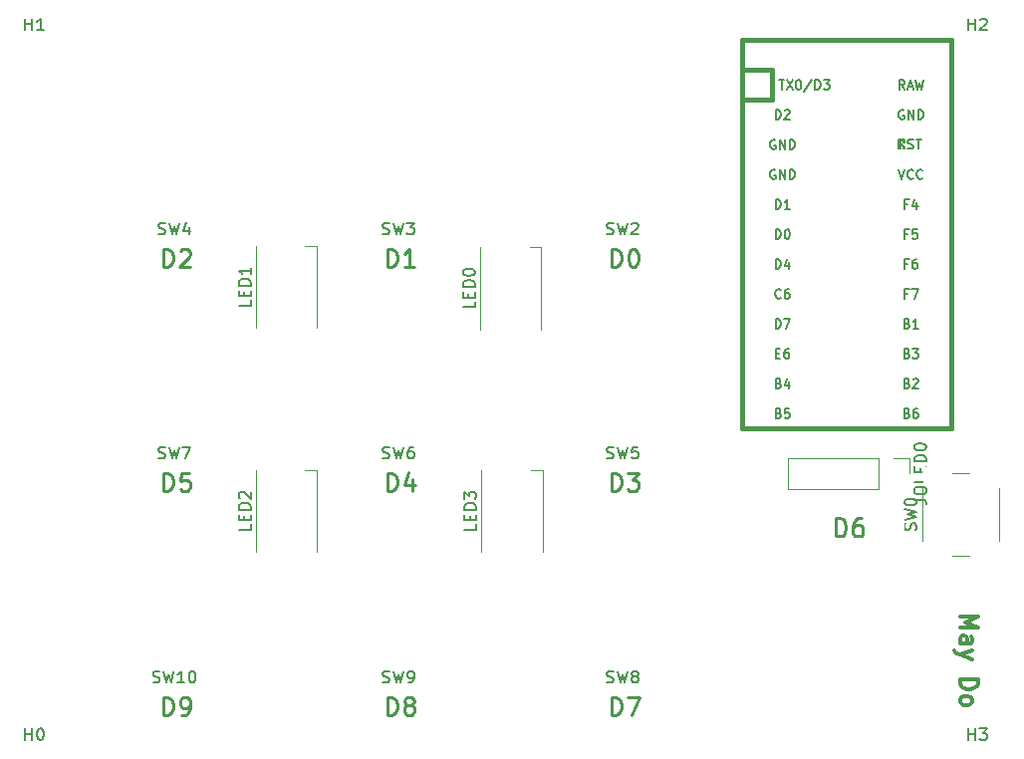
<source format=gto>
G04 #@! TF.GenerationSoftware,KiCad,Pcbnew,(5.1.6-0-10_14)*
G04 #@! TF.CreationDate,2020-07-09T20:29:13-05:00*
G04 #@! TF.ProjectId,DoMo-pcb,446f4d6f-2d70-4636-922e-6b696361645f,rev?*
G04 #@! TF.SameCoordinates,Original*
G04 #@! TF.FileFunction,Legend,Top*
G04 #@! TF.FilePolarity,Positive*
%FSLAX46Y46*%
G04 Gerber Fmt 4.6, Leading zero omitted, Abs format (unit mm)*
G04 Created by KiCad (PCBNEW (5.1.6-0-10_14)) date 2020-07-09 20:29:13*
%MOMM*%
%LPD*%
G01*
G04 APERTURE LIST*
%ADD10C,0.300000*%
%ADD11C,0.381000*%
%ADD12C,0.150000*%
%ADD13C,0.120000*%
%ADD14C,0.254000*%
%ADD15C,3.100000*%
%ADD16C,4.087800*%
%ADD17C,1.850000*%
%ADD18R,2.650000X2.600000*%
%ADD19R,1.852600X1.852600*%
%ADD20C,1.852600*%
%ADD21R,2.100000X2.100000*%
%ADD22C,2.100000*%
%ADD23R,2.100000X3.300000*%
%ADD24R,1.100000X1.700000*%
%ADD25O,1.800000X1.800000*%
%ADD26R,1.800000X1.800000*%
%ADD27C,2.300000*%
%ADD28R,1.878000X1.878000*%
%ADD29C,1.878000*%
G04 APERTURE END LIST*
D10*
X252527678Y-104993750D02*
X254027678Y-104993750D01*
X252956250Y-105493750D01*
X254027678Y-105993750D01*
X252527678Y-105993750D01*
X252527678Y-107350892D02*
X253313392Y-107350892D01*
X253456250Y-107279464D01*
X253527678Y-107136607D01*
X253527678Y-106850892D01*
X253456250Y-106708035D01*
X252599107Y-107350892D02*
X252527678Y-107208035D01*
X252527678Y-106850892D01*
X252599107Y-106708035D01*
X252741964Y-106636607D01*
X252884821Y-106636607D01*
X253027678Y-106708035D01*
X253099107Y-106850892D01*
X253099107Y-107208035D01*
X253170535Y-107350892D01*
X253527678Y-107922321D02*
X252527678Y-108279464D01*
X253527678Y-108636607D02*
X252527678Y-108279464D01*
X252170535Y-108136607D01*
X252099107Y-108065178D01*
X252027678Y-107922321D01*
X252527678Y-110350892D02*
X254027678Y-110350892D01*
X254027678Y-110708035D01*
X253956250Y-110922321D01*
X253813392Y-111065178D01*
X253670535Y-111136607D01*
X253384821Y-111208035D01*
X253170535Y-111208035D01*
X252884821Y-111136607D01*
X252741964Y-111065178D01*
X252599107Y-110922321D01*
X252527678Y-110708035D01*
X252527678Y-110350892D01*
X252527678Y-112065178D02*
X252599107Y-111922321D01*
X252670535Y-111850892D01*
X252813392Y-111779464D01*
X253241964Y-111779464D01*
X253384821Y-111850892D01*
X253456250Y-111922321D01*
X253527678Y-112065178D01*
X253527678Y-112279464D01*
X253456250Y-112422321D01*
X253384821Y-112493750D01*
X253241964Y-112565178D01*
X252813392Y-112565178D01*
X252670535Y-112493750D01*
X252599107Y-112422321D01*
X252527678Y-112279464D01*
X252527678Y-112065178D01*
D11*
X233997500Y-58578750D02*
X233997500Y-89058750D01*
X233997500Y-89058750D02*
X251777500Y-89058750D01*
X251777500Y-89058750D02*
X251777500Y-58578750D01*
X236537500Y-58578750D02*
X236537500Y-61118750D01*
X236537500Y-61118750D02*
X233997500Y-61118750D01*
D12*
G36*
X247819068Y-64458110D02*
G01*
X247819068Y-64758110D01*
X247719068Y-64758110D01*
X247719068Y-64458110D01*
X247819068Y-64458110D01*
G37*
X247819068Y-64458110D02*
X247819068Y-64758110D01*
X247719068Y-64758110D01*
X247719068Y-64458110D01*
X247819068Y-64458110D01*
G36*
X247619068Y-64858110D02*
G01*
X247619068Y-64958110D01*
X247519068Y-64958110D01*
X247519068Y-64858110D01*
X247619068Y-64858110D01*
G37*
X247619068Y-64858110D02*
X247619068Y-64958110D01*
X247519068Y-64958110D01*
X247519068Y-64858110D01*
X247619068Y-64858110D01*
G36*
X247819068Y-64458110D02*
G01*
X247819068Y-64558110D01*
X247319068Y-64558110D01*
X247319068Y-64458110D01*
X247819068Y-64458110D01*
G37*
X247819068Y-64458110D02*
X247819068Y-64558110D01*
X247319068Y-64558110D01*
X247319068Y-64458110D01*
X247819068Y-64458110D01*
G36*
X247419068Y-64458110D02*
G01*
X247419068Y-65258110D01*
X247319068Y-65258110D01*
X247319068Y-64458110D01*
X247419068Y-64458110D01*
G37*
X247419068Y-64458110D02*
X247419068Y-65258110D01*
X247319068Y-65258110D01*
X247319068Y-64458110D01*
X247419068Y-64458110D01*
G36*
X247819068Y-65058110D02*
G01*
X247819068Y-65258110D01*
X247719068Y-65258110D01*
X247719068Y-65058110D01*
X247819068Y-65058110D01*
G37*
X247819068Y-65058110D02*
X247819068Y-65258110D01*
X247719068Y-65258110D01*
X247719068Y-65058110D01*
X247819068Y-65058110D01*
D11*
X251777500Y-58578750D02*
X251777500Y-56038750D01*
X251777500Y-56038750D02*
X233997500Y-56038750D01*
X233997500Y-56038750D02*
X233997500Y-58578750D01*
X236537500Y-58578750D02*
X233997500Y-58578750D01*
D13*
X253342400Y-92843400D02*
X251842400Y-92843400D01*
X249342400Y-94093400D02*
X249342400Y-98593400D01*
X251842400Y-99843400D02*
X253342400Y-99843400D01*
X255842400Y-98593400D02*
X255842400Y-94093400D01*
X217031250Y-92556250D02*
X216031250Y-92556250D01*
X217031250Y-99556250D02*
X217031250Y-92556250D01*
X211831250Y-99556250D02*
X211831250Y-92556250D01*
X197862500Y-92543750D02*
X196862500Y-92543750D01*
X197862500Y-99543750D02*
X197862500Y-92543750D01*
X192662500Y-99543750D02*
X192662500Y-92543750D01*
X197862500Y-73493750D02*
X196862500Y-73493750D01*
X197862500Y-80493750D02*
X197862500Y-73493750D01*
X192662500Y-80493750D02*
X192662500Y-73493750D01*
X211725000Y-80612500D02*
X211725000Y-73612500D01*
X216925000Y-80612500D02*
X216925000Y-73612500D01*
X216925000Y-73612500D02*
X215925000Y-73612500D01*
X248186250Y-91538750D02*
X248186250Y-92868750D01*
X246856250Y-91538750D02*
X248186250Y-91538750D01*
X245586250Y-91538750D02*
X245586250Y-94198750D01*
X245586250Y-94198750D02*
X237906250Y-94198750D01*
X245586250Y-91538750D02*
X237906250Y-91538750D01*
X237906250Y-91538750D02*
X237906250Y-94198750D01*
D12*
X203454166Y-91559011D02*
X203597023Y-91606630D01*
X203835119Y-91606630D01*
X203930357Y-91559011D01*
X203977976Y-91511392D01*
X204025595Y-91416154D01*
X204025595Y-91320916D01*
X203977976Y-91225678D01*
X203930357Y-91178059D01*
X203835119Y-91130440D01*
X203644642Y-91082821D01*
X203549404Y-91035202D01*
X203501785Y-90987583D01*
X203454166Y-90892345D01*
X203454166Y-90797107D01*
X203501785Y-90701869D01*
X203549404Y-90654250D01*
X203644642Y-90606630D01*
X203882738Y-90606630D01*
X204025595Y-90654250D01*
X204358928Y-90606630D02*
X204597023Y-91606630D01*
X204787500Y-90892345D01*
X204977976Y-91606630D01*
X205216071Y-90606630D01*
X206025595Y-90606630D02*
X205835119Y-90606630D01*
X205739880Y-90654250D01*
X205692261Y-90701869D01*
X205597023Y-90844726D01*
X205549404Y-91035202D01*
X205549404Y-91416154D01*
X205597023Y-91511392D01*
X205644642Y-91559011D01*
X205739880Y-91606630D01*
X205930357Y-91606630D01*
X206025595Y-91559011D01*
X206073214Y-91511392D01*
X206120833Y-91416154D01*
X206120833Y-91178059D01*
X206073214Y-91082821D01*
X206025595Y-91035202D01*
X205930357Y-90987583D01*
X205739880Y-90987583D01*
X205644642Y-91035202D01*
X205597023Y-91082821D01*
X205549404Y-91178059D01*
X248024690Y-85191607D02*
X248138976Y-85229702D01*
X248177071Y-85267797D01*
X248215166Y-85343988D01*
X248215166Y-85458273D01*
X248177071Y-85534464D01*
X248138976Y-85572559D01*
X248062785Y-85610654D01*
X247758023Y-85610654D01*
X247758023Y-84810654D01*
X248024690Y-84810654D01*
X248100880Y-84848750D01*
X248138976Y-84886845D01*
X248177071Y-84963035D01*
X248177071Y-85039226D01*
X248138976Y-85115416D01*
X248100880Y-85153511D01*
X248024690Y-85191607D01*
X247758023Y-85191607D01*
X248519928Y-84886845D02*
X248558023Y-84848750D01*
X248634214Y-84810654D01*
X248824690Y-84810654D01*
X248900880Y-84848750D01*
X248938976Y-84886845D01*
X248977071Y-84963035D01*
X248977071Y-85039226D01*
X248938976Y-85153511D01*
X248481833Y-85610654D01*
X248977071Y-85610654D01*
X248081833Y-77571607D02*
X247815166Y-77571607D01*
X247815166Y-77990654D02*
X247815166Y-77190654D01*
X248196119Y-77190654D01*
X248424690Y-77190654D02*
X248958023Y-77190654D01*
X248615166Y-77990654D01*
X248081833Y-75031607D02*
X247815166Y-75031607D01*
X247815166Y-75450654D02*
X247815166Y-74650654D01*
X248196119Y-74650654D01*
X248843738Y-74650654D02*
X248691357Y-74650654D01*
X248615166Y-74688750D01*
X248577071Y-74726845D01*
X248500880Y-74841130D01*
X248462785Y-74993511D01*
X248462785Y-75298273D01*
X248500880Y-75374464D01*
X248538976Y-75412559D01*
X248615166Y-75450654D01*
X248767547Y-75450654D01*
X248843738Y-75412559D01*
X248881833Y-75374464D01*
X248919928Y-75298273D01*
X248919928Y-75107797D01*
X248881833Y-75031607D01*
X248843738Y-74993511D01*
X248767547Y-74955416D01*
X248615166Y-74955416D01*
X248538976Y-74993511D01*
X248500880Y-75031607D01*
X248462785Y-75107797D01*
X248081833Y-72491607D02*
X247815166Y-72491607D01*
X247815166Y-72910654D02*
X247815166Y-72110654D01*
X248196119Y-72110654D01*
X248881833Y-72110654D02*
X248500880Y-72110654D01*
X248462785Y-72491607D01*
X248500880Y-72453511D01*
X248577071Y-72415416D01*
X248767547Y-72415416D01*
X248843738Y-72453511D01*
X248881833Y-72491607D01*
X248919928Y-72567797D01*
X248919928Y-72758273D01*
X248881833Y-72834464D01*
X248843738Y-72872559D01*
X248767547Y-72910654D01*
X248577071Y-72910654D01*
X248500880Y-72872559D01*
X248462785Y-72834464D01*
X247796119Y-60210654D02*
X247529452Y-59829702D01*
X247338976Y-60210654D02*
X247338976Y-59410654D01*
X247643738Y-59410654D01*
X247719928Y-59448750D01*
X247758023Y-59486845D01*
X247796119Y-59563035D01*
X247796119Y-59677321D01*
X247758023Y-59753511D01*
X247719928Y-59791607D01*
X247643738Y-59829702D01*
X247338976Y-59829702D01*
X248100880Y-59982083D02*
X248481833Y-59982083D01*
X248024690Y-60210654D02*
X248291357Y-59410654D01*
X248558023Y-60210654D01*
X248748500Y-59410654D02*
X248938976Y-60210654D01*
X249091357Y-59639226D01*
X249243738Y-60210654D01*
X249434214Y-59410654D01*
X247738976Y-61988750D02*
X247662785Y-61950654D01*
X247548500Y-61950654D01*
X247434214Y-61988750D01*
X247358023Y-62064940D01*
X247319928Y-62141130D01*
X247281833Y-62293511D01*
X247281833Y-62407797D01*
X247319928Y-62560178D01*
X247358023Y-62636369D01*
X247434214Y-62712559D01*
X247548500Y-62750654D01*
X247624690Y-62750654D01*
X247738976Y-62712559D01*
X247777071Y-62674464D01*
X247777071Y-62407797D01*
X247624690Y-62407797D01*
X248119928Y-62750654D02*
X248119928Y-61950654D01*
X248577071Y-62750654D01*
X248577071Y-61950654D01*
X248958023Y-62750654D02*
X248958023Y-61950654D01*
X249148500Y-61950654D01*
X249262785Y-61988750D01*
X249338976Y-62064940D01*
X249377071Y-62141130D01*
X249415166Y-62293511D01*
X249415166Y-62407797D01*
X249377071Y-62560178D01*
X249338976Y-62636369D01*
X249262785Y-62712559D01*
X249148500Y-62750654D01*
X248958023Y-62750654D01*
X248087286Y-65222559D02*
X248201572Y-65260654D01*
X248392048Y-65260654D01*
X248468239Y-65222559D01*
X248506334Y-65184464D01*
X248544429Y-65108273D01*
X248544429Y-65032083D01*
X248506334Y-64955892D01*
X248468239Y-64917797D01*
X248392048Y-64879702D01*
X248239667Y-64841607D01*
X248163477Y-64803511D01*
X248125381Y-64765416D01*
X248087286Y-64689226D01*
X248087286Y-64613035D01*
X248125381Y-64536845D01*
X248163477Y-64498750D01*
X248239667Y-64460654D01*
X248430143Y-64460654D01*
X248544429Y-64498750D01*
X248773000Y-64460654D02*
X249230143Y-64460654D01*
X249001572Y-65260654D02*
X249001572Y-64460654D01*
X247281833Y-67030654D02*
X247548500Y-67830654D01*
X247815166Y-67030654D01*
X248538976Y-67754464D02*
X248500880Y-67792559D01*
X248386595Y-67830654D01*
X248310404Y-67830654D01*
X248196119Y-67792559D01*
X248119928Y-67716369D01*
X248081833Y-67640178D01*
X248043738Y-67487797D01*
X248043738Y-67373511D01*
X248081833Y-67221130D01*
X248119928Y-67144940D01*
X248196119Y-67068750D01*
X248310404Y-67030654D01*
X248386595Y-67030654D01*
X248500880Y-67068750D01*
X248538976Y-67106845D01*
X249338976Y-67754464D02*
X249300880Y-67792559D01*
X249186595Y-67830654D01*
X249110404Y-67830654D01*
X248996119Y-67792559D01*
X248919928Y-67716369D01*
X248881833Y-67640178D01*
X248843738Y-67487797D01*
X248843738Y-67373511D01*
X248881833Y-67221130D01*
X248919928Y-67144940D01*
X248996119Y-67068750D01*
X249110404Y-67030654D01*
X249186595Y-67030654D01*
X249300880Y-67068750D01*
X249338976Y-67106845D01*
X248081833Y-69951607D02*
X247815166Y-69951607D01*
X247815166Y-70370654D02*
X247815166Y-69570654D01*
X248196119Y-69570654D01*
X248843738Y-69837321D02*
X248843738Y-70370654D01*
X248653261Y-69532559D02*
X248462785Y-70103988D01*
X248958023Y-70103988D01*
X248024690Y-80111607D02*
X248138976Y-80149702D01*
X248177071Y-80187797D01*
X248215166Y-80263988D01*
X248215166Y-80378273D01*
X248177071Y-80454464D01*
X248138976Y-80492559D01*
X248062785Y-80530654D01*
X247758023Y-80530654D01*
X247758023Y-79730654D01*
X248024690Y-79730654D01*
X248100880Y-79768750D01*
X248138976Y-79806845D01*
X248177071Y-79883035D01*
X248177071Y-79959226D01*
X248138976Y-80035416D01*
X248100880Y-80073511D01*
X248024690Y-80111607D01*
X247758023Y-80111607D01*
X248977071Y-80530654D02*
X248519928Y-80530654D01*
X248748500Y-80530654D02*
X248748500Y-79730654D01*
X248672309Y-79844940D01*
X248596119Y-79921130D01*
X248519928Y-79959226D01*
X248024690Y-82651607D02*
X248138976Y-82689702D01*
X248177071Y-82727797D01*
X248215166Y-82803988D01*
X248215166Y-82918273D01*
X248177071Y-82994464D01*
X248138976Y-83032559D01*
X248062785Y-83070654D01*
X247758023Y-83070654D01*
X247758023Y-82270654D01*
X248024690Y-82270654D01*
X248100880Y-82308750D01*
X248138976Y-82346845D01*
X248177071Y-82423035D01*
X248177071Y-82499226D01*
X248138976Y-82575416D01*
X248100880Y-82613511D01*
X248024690Y-82651607D01*
X247758023Y-82651607D01*
X248481833Y-82270654D02*
X248977071Y-82270654D01*
X248710404Y-82575416D01*
X248824690Y-82575416D01*
X248900880Y-82613511D01*
X248938976Y-82651607D01*
X248977071Y-82727797D01*
X248977071Y-82918273D01*
X248938976Y-82994464D01*
X248900880Y-83032559D01*
X248824690Y-83070654D01*
X248596119Y-83070654D01*
X248519928Y-83032559D01*
X248481833Y-82994464D01*
X248024690Y-87731607D02*
X248138976Y-87769702D01*
X248177071Y-87807797D01*
X248215166Y-87883988D01*
X248215166Y-87998273D01*
X248177071Y-88074464D01*
X248138976Y-88112559D01*
X248062785Y-88150654D01*
X247758023Y-88150654D01*
X247758023Y-87350654D01*
X248024690Y-87350654D01*
X248100880Y-87388750D01*
X248138976Y-87426845D01*
X248177071Y-87503035D01*
X248177071Y-87579226D01*
X248138976Y-87655416D01*
X248100880Y-87693511D01*
X248024690Y-87731607D01*
X247758023Y-87731607D01*
X248900880Y-87350654D02*
X248748500Y-87350654D01*
X248672309Y-87388750D01*
X248634214Y-87426845D01*
X248558023Y-87541130D01*
X248519928Y-87693511D01*
X248519928Y-87998273D01*
X248558023Y-88074464D01*
X248596119Y-88112559D01*
X248672309Y-88150654D01*
X248824690Y-88150654D01*
X248900880Y-88112559D01*
X248938976Y-88074464D01*
X248977071Y-87998273D01*
X248977071Y-87807797D01*
X248938976Y-87731607D01*
X248900880Y-87693511D01*
X248824690Y-87655416D01*
X248672309Y-87655416D01*
X248596119Y-87693511D01*
X248558023Y-87731607D01*
X248519928Y-87807797D01*
X237102690Y-87731607D02*
X237216976Y-87769702D01*
X237255071Y-87807797D01*
X237293166Y-87883988D01*
X237293166Y-87998273D01*
X237255071Y-88074464D01*
X237216976Y-88112559D01*
X237140785Y-88150654D01*
X236836023Y-88150654D01*
X236836023Y-87350654D01*
X237102690Y-87350654D01*
X237178880Y-87388750D01*
X237216976Y-87426845D01*
X237255071Y-87503035D01*
X237255071Y-87579226D01*
X237216976Y-87655416D01*
X237178880Y-87693511D01*
X237102690Y-87731607D01*
X236836023Y-87731607D01*
X238016976Y-87350654D02*
X237636023Y-87350654D01*
X237597928Y-87731607D01*
X237636023Y-87693511D01*
X237712214Y-87655416D01*
X237902690Y-87655416D01*
X237978880Y-87693511D01*
X238016976Y-87731607D01*
X238055071Y-87807797D01*
X238055071Y-87998273D01*
X238016976Y-88074464D01*
X237978880Y-88112559D01*
X237902690Y-88150654D01*
X237712214Y-88150654D01*
X237636023Y-88112559D01*
X237597928Y-88074464D01*
X237102690Y-85191607D02*
X237216976Y-85229702D01*
X237255071Y-85267797D01*
X237293166Y-85343988D01*
X237293166Y-85458273D01*
X237255071Y-85534464D01*
X237216976Y-85572559D01*
X237140785Y-85610654D01*
X236836023Y-85610654D01*
X236836023Y-84810654D01*
X237102690Y-84810654D01*
X237178880Y-84848750D01*
X237216976Y-84886845D01*
X237255071Y-84963035D01*
X237255071Y-85039226D01*
X237216976Y-85115416D01*
X237178880Y-85153511D01*
X237102690Y-85191607D01*
X236836023Y-85191607D01*
X237978880Y-85077321D02*
X237978880Y-85610654D01*
X237788404Y-84772559D02*
X237597928Y-85343988D01*
X238093166Y-85343988D01*
X236874119Y-82651607D02*
X237140785Y-82651607D01*
X237255071Y-83070654D02*
X236874119Y-83070654D01*
X236874119Y-82270654D01*
X237255071Y-82270654D01*
X237940785Y-82270654D02*
X237788404Y-82270654D01*
X237712214Y-82308750D01*
X237674119Y-82346845D01*
X237597928Y-82461130D01*
X237559833Y-82613511D01*
X237559833Y-82918273D01*
X237597928Y-82994464D01*
X237636023Y-83032559D01*
X237712214Y-83070654D01*
X237864595Y-83070654D01*
X237940785Y-83032559D01*
X237978880Y-82994464D01*
X238016976Y-82918273D01*
X238016976Y-82727797D01*
X237978880Y-82651607D01*
X237940785Y-82613511D01*
X237864595Y-82575416D01*
X237712214Y-82575416D01*
X237636023Y-82613511D01*
X237597928Y-82651607D01*
X237559833Y-82727797D01*
X236836023Y-80530654D02*
X236836023Y-79730654D01*
X237026500Y-79730654D01*
X237140785Y-79768750D01*
X237216976Y-79844940D01*
X237255071Y-79921130D01*
X237293166Y-80073511D01*
X237293166Y-80187797D01*
X237255071Y-80340178D01*
X237216976Y-80416369D01*
X237140785Y-80492559D01*
X237026500Y-80530654D01*
X236836023Y-80530654D01*
X237559833Y-79730654D02*
X238093166Y-79730654D01*
X237750309Y-80530654D01*
X237293166Y-77914464D02*
X237255071Y-77952559D01*
X237140785Y-77990654D01*
X237064595Y-77990654D01*
X236950309Y-77952559D01*
X236874119Y-77876369D01*
X236836023Y-77800178D01*
X236797928Y-77647797D01*
X236797928Y-77533511D01*
X236836023Y-77381130D01*
X236874119Y-77304940D01*
X236950309Y-77228750D01*
X237064595Y-77190654D01*
X237140785Y-77190654D01*
X237255071Y-77228750D01*
X237293166Y-77266845D01*
X237978880Y-77190654D02*
X237826500Y-77190654D01*
X237750309Y-77228750D01*
X237712214Y-77266845D01*
X237636023Y-77381130D01*
X237597928Y-77533511D01*
X237597928Y-77838273D01*
X237636023Y-77914464D01*
X237674119Y-77952559D01*
X237750309Y-77990654D01*
X237902690Y-77990654D01*
X237978880Y-77952559D01*
X238016976Y-77914464D01*
X238055071Y-77838273D01*
X238055071Y-77647797D01*
X238016976Y-77571607D01*
X237978880Y-77533511D01*
X237902690Y-77495416D01*
X237750309Y-77495416D01*
X237674119Y-77533511D01*
X237636023Y-77571607D01*
X237597928Y-77647797D01*
X236836023Y-75450654D02*
X236836023Y-74650654D01*
X237026500Y-74650654D01*
X237140785Y-74688750D01*
X237216976Y-74764940D01*
X237255071Y-74841130D01*
X237293166Y-74993511D01*
X237293166Y-75107797D01*
X237255071Y-75260178D01*
X237216976Y-75336369D01*
X237140785Y-75412559D01*
X237026500Y-75450654D01*
X236836023Y-75450654D01*
X237978880Y-74917321D02*
X237978880Y-75450654D01*
X237788404Y-74612559D02*
X237597928Y-75183988D01*
X238093166Y-75183988D01*
X236816976Y-64528750D02*
X236740785Y-64490654D01*
X236626500Y-64490654D01*
X236512214Y-64528750D01*
X236436023Y-64604940D01*
X236397928Y-64681130D01*
X236359833Y-64833511D01*
X236359833Y-64947797D01*
X236397928Y-65100178D01*
X236436023Y-65176369D01*
X236512214Y-65252559D01*
X236626500Y-65290654D01*
X236702690Y-65290654D01*
X236816976Y-65252559D01*
X236855071Y-65214464D01*
X236855071Y-64947797D01*
X236702690Y-64947797D01*
X237197928Y-65290654D02*
X237197928Y-64490654D01*
X237655071Y-65290654D01*
X237655071Y-64490654D01*
X238036023Y-65290654D02*
X238036023Y-64490654D01*
X238226500Y-64490654D01*
X238340785Y-64528750D01*
X238416976Y-64604940D01*
X238455071Y-64681130D01*
X238493166Y-64833511D01*
X238493166Y-64947797D01*
X238455071Y-65100178D01*
X238416976Y-65176369D01*
X238340785Y-65252559D01*
X238226500Y-65290654D01*
X238036023Y-65290654D01*
X236816976Y-67068750D02*
X236740785Y-67030654D01*
X236626500Y-67030654D01*
X236512214Y-67068750D01*
X236436023Y-67144940D01*
X236397928Y-67221130D01*
X236359833Y-67373511D01*
X236359833Y-67487797D01*
X236397928Y-67640178D01*
X236436023Y-67716369D01*
X236512214Y-67792559D01*
X236626500Y-67830654D01*
X236702690Y-67830654D01*
X236816976Y-67792559D01*
X236855071Y-67754464D01*
X236855071Y-67487797D01*
X236702690Y-67487797D01*
X237197928Y-67830654D02*
X237197928Y-67030654D01*
X237655071Y-67830654D01*
X237655071Y-67030654D01*
X238036023Y-67830654D02*
X238036023Y-67030654D01*
X238226500Y-67030654D01*
X238340785Y-67068750D01*
X238416976Y-67144940D01*
X238455071Y-67221130D01*
X238493166Y-67373511D01*
X238493166Y-67487797D01*
X238455071Y-67640178D01*
X238416976Y-67716369D01*
X238340785Y-67792559D01*
X238226500Y-67830654D01*
X238036023Y-67830654D01*
X236836023Y-70370654D02*
X236836023Y-69570654D01*
X237026500Y-69570654D01*
X237140785Y-69608750D01*
X237216976Y-69684940D01*
X237255071Y-69761130D01*
X237293166Y-69913511D01*
X237293166Y-70027797D01*
X237255071Y-70180178D01*
X237216976Y-70256369D01*
X237140785Y-70332559D01*
X237026500Y-70370654D01*
X236836023Y-70370654D01*
X238055071Y-70370654D02*
X237597928Y-70370654D01*
X237826500Y-70370654D02*
X237826500Y-69570654D01*
X237750309Y-69684940D01*
X237674119Y-69761130D01*
X237597928Y-69799226D01*
X236836023Y-72910654D02*
X236836023Y-72110654D01*
X237026500Y-72110654D01*
X237140785Y-72148750D01*
X237216976Y-72224940D01*
X237255071Y-72301130D01*
X237293166Y-72453511D01*
X237293166Y-72567797D01*
X237255071Y-72720178D01*
X237216976Y-72796369D01*
X237140785Y-72872559D01*
X237026500Y-72910654D01*
X236836023Y-72910654D01*
X237788404Y-72110654D02*
X237864595Y-72110654D01*
X237940785Y-72148750D01*
X237978880Y-72186845D01*
X238016976Y-72263035D01*
X238055071Y-72415416D01*
X238055071Y-72605892D01*
X238016976Y-72758273D01*
X237978880Y-72834464D01*
X237940785Y-72872559D01*
X237864595Y-72910654D01*
X237788404Y-72910654D01*
X237712214Y-72872559D01*
X237674119Y-72834464D01*
X237636023Y-72758273D01*
X237597928Y-72605892D01*
X237597928Y-72415416D01*
X237636023Y-72263035D01*
X237674119Y-72186845D01*
X237712214Y-72148750D01*
X237788404Y-72110654D01*
X236836023Y-62750654D02*
X236836023Y-61950654D01*
X237026500Y-61950654D01*
X237140785Y-61988750D01*
X237216976Y-62064940D01*
X237255071Y-62141130D01*
X237293166Y-62293511D01*
X237293166Y-62407797D01*
X237255071Y-62560178D01*
X237216976Y-62636369D01*
X237140785Y-62712559D01*
X237026500Y-62750654D01*
X236836023Y-62750654D01*
X237597928Y-62026845D02*
X237636023Y-61988750D01*
X237712214Y-61950654D01*
X237902690Y-61950654D01*
X237978880Y-61988750D01*
X238016976Y-62026845D01*
X238055071Y-62103035D01*
X238055071Y-62179226D01*
X238016976Y-62293511D01*
X237559833Y-62750654D01*
X238055071Y-62750654D01*
X237125151Y-59410654D02*
X237582294Y-59410654D01*
X237353723Y-60210654D02*
X237353723Y-59410654D01*
X237772770Y-59410654D02*
X238306104Y-60210654D01*
X238306104Y-59410654D02*
X237772770Y-60210654D01*
X238763247Y-59410654D02*
X238839437Y-59410654D01*
X238915628Y-59448750D01*
X238953723Y-59486845D01*
X238991818Y-59563035D01*
X239029913Y-59715416D01*
X239029913Y-59905892D01*
X238991818Y-60058273D01*
X238953723Y-60134464D01*
X238915628Y-60172559D01*
X238839437Y-60210654D01*
X238763247Y-60210654D01*
X238687056Y-60172559D01*
X238648961Y-60134464D01*
X238610866Y-60058273D01*
X238572770Y-59905892D01*
X238572770Y-59715416D01*
X238610866Y-59563035D01*
X238648961Y-59486845D01*
X238687056Y-59448750D01*
X238763247Y-59410654D01*
X239944199Y-59372559D02*
X239258485Y-60401130D01*
X240210866Y-60210654D02*
X240210866Y-59410654D01*
X240401342Y-59410654D01*
X240515628Y-59448750D01*
X240591818Y-59524940D01*
X240629913Y-59601130D01*
X240668008Y-59753511D01*
X240668008Y-59867797D01*
X240629913Y-60020178D01*
X240591818Y-60096369D01*
X240515628Y-60172559D01*
X240401342Y-60210654D01*
X240210866Y-60210654D01*
X240934675Y-59410654D02*
X241429913Y-59410654D01*
X241163247Y-59715416D01*
X241277532Y-59715416D01*
X241353723Y-59753511D01*
X241391818Y-59791607D01*
X241429913Y-59867797D01*
X241429913Y-60058273D01*
X241391818Y-60134464D01*
X241353723Y-60172559D01*
X241277532Y-60210654D01*
X241048961Y-60210654D01*
X240972770Y-60172559D01*
X240934675Y-60134464D01*
X183927976Y-110609011D02*
X184070833Y-110656630D01*
X184308928Y-110656630D01*
X184404166Y-110609011D01*
X184451785Y-110561392D01*
X184499404Y-110466154D01*
X184499404Y-110370916D01*
X184451785Y-110275678D01*
X184404166Y-110228059D01*
X184308928Y-110180440D01*
X184118452Y-110132821D01*
X184023214Y-110085202D01*
X183975595Y-110037583D01*
X183927976Y-109942345D01*
X183927976Y-109847107D01*
X183975595Y-109751869D01*
X184023214Y-109704250D01*
X184118452Y-109656630D01*
X184356547Y-109656630D01*
X184499404Y-109704250D01*
X184832738Y-109656630D02*
X185070833Y-110656630D01*
X185261309Y-109942345D01*
X185451785Y-110656630D01*
X185689880Y-109656630D01*
X186594642Y-110656630D02*
X186023214Y-110656630D01*
X186308928Y-110656630D02*
X186308928Y-109656630D01*
X186213690Y-109799488D01*
X186118452Y-109894726D01*
X186023214Y-109942345D01*
X187213690Y-109656630D02*
X187308928Y-109656630D01*
X187404166Y-109704250D01*
X187451785Y-109751869D01*
X187499404Y-109847107D01*
X187547023Y-110037583D01*
X187547023Y-110275678D01*
X187499404Y-110466154D01*
X187451785Y-110561392D01*
X187404166Y-110609011D01*
X187308928Y-110656630D01*
X187213690Y-110656630D01*
X187118452Y-110609011D01*
X187070833Y-110561392D01*
X187023214Y-110466154D01*
X186975595Y-110275678D01*
X186975595Y-110037583D01*
X187023214Y-109847107D01*
X187070833Y-109751869D01*
X187118452Y-109704250D01*
X187213690Y-109656630D01*
X203454166Y-110609011D02*
X203597023Y-110656630D01*
X203835119Y-110656630D01*
X203930357Y-110609011D01*
X203977976Y-110561392D01*
X204025595Y-110466154D01*
X204025595Y-110370916D01*
X203977976Y-110275678D01*
X203930357Y-110228059D01*
X203835119Y-110180440D01*
X203644642Y-110132821D01*
X203549404Y-110085202D01*
X203501785Y-110037583D01*
X203454166Y-109942345D01*
X203454166Y-109847107D01*
X203501785Y-109751869D01*
X203549404Y-109704250D01*
X203644642Y-109656630D01*
X203882738Y-109656630D01*
X204025595Y-109704250D01*
X204358928Y-109656630D02*
X204597023Y-110656630D01*
X204787500Y-109942345D01*
X204977976Y-110656630D01*
X205216071Y-109656630D01*
X205644642Y-110656630D02*
X205835119Y-110656630D01*
X205930357Y-110609011D01*
X205977976Y-110561392D01*
X206073214Y-110418535D01*
X206120833Y-110228059D01*
X206120833Y-109847107D01*
X206073214Y-109751869D01*
X206025595Y-109704250D01*
X205930357Y-109656630D01*
X205739880Y-109656630D01*
X205644642Y-109704250D01*
X205597023Y-109751869D01*
X205549404Y-109847107D01*
X205549404Y-110085202D01*
X205597023Y-110180440D01*
X205644642Y-110228059D01*
X205739880Y-110275678D01*
X205930357Y-110275678D01*
X206025595Y-110228059D01*
X206073214Y-110180440D01*
X206120833Y-110085202D01*
X222504166Y-110609011D02*
X222647023Y-110656630D01*
X222885119Y-110656630D01*
X222980357Y-110609011D01*
X223027976Y-110561392D01*
X223075595Y-110466154D01*
X223075595Y-110370916D01*
X223027976Y-110275678D01*
X222980357Y-110228059D01*
X222885119Y-110180440D01*
X222694642Y-110132821D01*
X222599404Y-110085202D01*
X222551785Y-110037583D01*
X222504166Y-109942345D01*
X222504166Y-109847107D01*
X222551785Y-109751869D01*
X222599404Y-109704250D01*
X222694642Y-109656630D01*
X222932738Y-109656630D01*
X223075595Y-109704250D01*
X223408928Y-109656630D02*
X223647023Y-110656630D01*
X223837500Y-109942345D01*
X224027976Y-110656630D01*
X224266071Y-109656630D01*
X224789880Y-110085202D02*
X224694642Y-110037583D01*
X224647023Y-109989964D01*
X224599404Y-109894726D01*
X224599404Y-109847107D01*
X224647023Y-109751869D01*
X224694642Y-109704250D01*
X224789880Y-109656630D01*
X224980357Y-109656630D01*
X225075595Y-109704250D01*
X225123214Y-109751869D01*
X225170833Y-109847107D01*
X225170833Y-109894726D01*
X225123214Y-109989964D01*
X225075595Y-110037583D01*
X224980357Y-110085202D01*
X224789880Y-110085202D01*
X224694642Y-110132821D01*
X224647023Y-110180440D01*
X224599404Y-110275678D01*
X224599404Y-110466154D01*
X224647023Y-110561392D01*
X224694642Y-110609011D01*
X224789880Y-110656630D01*
X224980357Y-110656630D01*
X225075595Y-110609011D01*
X225123214Y-110561392D01*
X225170833Y-110466154D01*
X225170833Y-110275678D01*
X225123214Y-110180440D01*
X225075595Y-110132821D01*
X224980357Y-110085202D01*
X184404166Y-91559011D02*
X184547023Y-91606630D01*
X184785119Y-91606630D01*
X184880357Y-91559011D01*
X184927976Y-91511392D01*
X184975595Y-91416154D01*
X184975595Y-91320916D01*
X184927976Y-91225678D01*
X184880357Y-91178059D01*
X184785119Y-91130440D01*
X184594642Y-91082821D01*
X184499404Y-91035202D01*
X184451785Y-90987583D01*
X184404166Y-90892345D01*
X184404166Y-90797107D01*
X184451785Y-90701869D01*
X184499404Y-90654250D01*
X184594642Y-90606630D01*
X184832738Y-90606630D01*
X184975595Y-90654250D01*
X185308928Y-90606630D02*
X185547023Y-91606630D01*
X185737500Y-90892345D01*
X185927976Y-91606630D01*
X186166071Y-90606630D01*
X186451785Y-90606630D02*
X187118452Y-90606630D01*
X186689880Y-91606630D01*
X222504166Y-91559011D02*
X222647023Y-91606630D01*
X222885119Y-91606630D01*
X222980357Y-91559011D01*
X223027976Y-91511392D01*
X223075595Y-91416154D01*
X223075595Y-91320916D01*
X223027976Y-91225678D01*
X222980357Y-91178059D01*
X222885119Y-91130440D01*
X222694642Y-91082821D01*
X222599404Y-91035202D01*
X222551785Y-90987583D01*
X222504166Y-90892345D01*
X222504166Y-90797107D01*
X222551785Y-90701869D01*
X222599404Y-90654250D01*
X222694642Y-90606630D01*
X222932738Y-90606630D01*
X223075595Y-90654250D01*
X223408928Y-90606630D02*
X223647023Y-91606630D01*
X223837500Y-90892345D01*
X224027976Y-91606630D01*
X224266071Y-90606630D01*
X225123214Y-90606630D02*
X224647023Y-90606630D01*
X224599404Y-91082821D01*
X224647023Y-91035202D01*
X224742261Y-90987583D01*
X224980357Y-90987583D01*
X225075595Y-91035202D01*
X225123214Y-91082821D01*
X225170833Y-91178059D01*
X225170833Y-91416154D01*
X225123214Y-91511392D01*
X225075595Y-91559011D01*
X224980357Y-91606630D01*
X224742261Y-91606630D01*
X224647023Y-91559011D01*
X224599404Y-91511392D01*
X184404166Y-72509011D02*
X184547023Y-72556630D01*
X184785119Y-72556630D01*
X184880357Y-72509011D01*
X184927976Y-72461392D01*
X184975595Y-72366154D01*
X184975595Y-72270916D01*
X184927976Y-72175678D01*
X184880357Y-72128059D01*
X184785119Y-72080440D01*
X184594642Y-72032821D01*
X184499404Y-71985202D01*
X184451785Y-71937583D01*
X184404166Y-71842345D01*
X184404166Y-71747107D01*
X184451785Y-71651869D01*
X184499404Y-71604250D01*
X184594642Y-71556630D01*
X184832738Y-71556630D01*
X184975595Y-71604250D01*
X185308928Y-71556630D02*
X185547023Y-72556630D01*
X185737500Y-71842345D01*
X185927976Y-72556630D01*
X186166071Y-71556630D01*
X186975595Y-71889964D02*
X186975595Y-72556630D01*
X186737500Y-71509011D02*
X186499404Y-72223297D01*
X187118452Y-72223297D01*
X203454166Y-72509011D02*
X203597023Y-72556630D01*
X203835119Y-72556630D01*
X203930357Y-72509011D01*
X203977976Y-72461392D01*
X204025595Y-72366154D01*
X204025595Y-72270916D01*
X203977976Y-72175678D01*
X203930357Y-72128059D01*
X203835119Y-72080440D01*
X203644642Y-72032821D01*
X203549404Y-71985202D01*
X203501785Y-71937583D01*
X203454166Y-71842345D01*
X203454166Y-71747107D01*
X203501785Y-71651869D01*
X203549404Y-71604250D01*
X203644642Y-71556630D01*
X203882738Y-71556630D01*
X204025595Y-71604250D01*
X204358928Y-71556630D02*
X204597023Y-72556630D01*
X204787500Y-71842345D01*
X204977976Y-72556630D01*
X205216071Y-71556630D01*
X205501785Y-71556630D02*
X206120833Y-71556630D01*
X205787500Y-71937583D01*
X205930357Y-71937583D01*
X206025595Y-71985202D01*
X206073214Y-72032821D01*
X206120833Y-72128059D01*
X206120833Y-72366154D01*
X206073214Y-72461392D01*
X206025595Y-72509011D01*
X205930357Y-72556630D01*
X205644642Y-72556630D01*
X205549404Y-72509011D01*
X205501785Y-72461392D01*
X222504166Y-72509011D02*
X222647023Y-72556630D01*
X222885119Y-72556630D01*
X222980357Y-72509011D01*
X223027976Y-72461392D01*
X223075595Y-72366154D01*
X223075595Y-72270916D01*
X223027976Y-72175678D01*
X222980357Y-72128059D01*
X222885119Y-72080440D01*
X222694642Y-72032821D01*
X222599404Y-71985202D01*
X222551785Y-71937583D01*
X222504166Y-71842345D01*
X222504166Y-71747107D01*
X222551785Y-71651869D01*
X222599404Y-71604250D01*
X222694642Y-71556630D01*
X222932738Y-71556630D01*
X223075595Y-71604250D01*
X223408928Y-71556630D02*
X223647023Y-72556630D01*
X223837500Y-71842345D01*
X224027976Y-72556630D01*
X224266071Y-71556630D01*
X224599404Y-71651869D02*
X224647023Y-71604250D01*
X224742261Y-71556630D01*
X224980357Y-71556630D01*
X225075595Y-71604250D01*
X225123214Y-71651869D01*
X225170833Y-71747107D01*
X225170833Y-71842345D01*
X225123214Y-71985202D01*
X224551785Y-72556630D01*
X225170833Y-72556630D01*
X248747161Y-97676733D02*
X248794780Y-97533876D01*
X248794780Y-97295780D01*
X248747161Y-97200542D01*
X248699542Y-97152923D01*
X248604304Y-97105304D01*
X248509066Y-97105304D01*
X248413828Y-97152923D01*
X248366209Y-97200542D01*
X248318590Y-97295780D01*
X248270971Y-97486257D01*
X248223352Y-97581495D01*
X248175733Y-97629114D01*
X248080495Y-97676733D01*
X247985257Y-97676733D01*
X247890019Y-97629114D01*
X247842400Y-97581495D01*
X247794780Y-97486257D01*
X247794780Y-97248161D01*
X247842400Y-97105304D01*
X247794780Y-96771971D02*
X248794780Y-96533876D01*
X248080495Y-96343400D01*
X248794780Y-96152923D01*
X247794780Y-95914828D01*
X247794780Y-95343400D02*
X247794780Y-95248161D01*
X247842400Y-95152923D01*
X247890019Y-95105304D01*
X247985257Y-95057685D01*
X248175733Y-95010066D01*
X248413828Y-95010066D01*
X248604304Y-95057685D01*
X248699542Y-95105304D01*
X248747161Y-95152923D01*
X248794780Y-95248161D01*
X248794780Y-95343400D01*
X248747161Y-95438638D01*
X248699542Y-95486257D01*
X248604304Y-95533876D01*
X248413828Y-95581495D01*
X248175733Y-95581495D01*
X247985257Y-95533876D01*
X247890019Y-95486257D01*
X247842400Y-95438638D01*
X247794780Y-95343400D01*
X211383630Y-97175297D02*
X211383630Y-97651488D01*
X210383630Y-97651488D01*
X210859821Y-96841964D02*
X210859821Y-96508630D01*
X211383630Y-96365773D02*
X211383630Y-96841964D01*
X210383630Y-96841964D01*
X210383630Y-96365773D01*
X211383630Y-95937202D02*
X210383630Y-95937202D01*
X210383630Y-95699107D01*
X210431250Y-95556250D01*
X210526488Y-95461011D01*
X210621726Y-95413392D01*
X210812202Y-95365773D01*
X210955059Y-95365773D01*
X211145535Y-95413392D01*
X211240773Y-95461011D01*
X211336011Y-95556250D01*
X211383630Y-95699107D01*
X211383630Y-95937202D01*
X210383630Y-95032440D02*
X210383630Y-94413392D01*
X210764583Y-94746726D01*
X210764583Y-94603869D01*
X210812202Y-94508630D01*
X210859821Y-94461011D01*
X210955059Y-94413392D01*
X211193154Y-94413392D01*
X211288392Y-94461011D01*
X211336011Y-94508630D01*
X211383630Y-94603869D01*
X211383630Y-94889583D01*
X211336011Y-94984821D01*
X211288392Y-95032440D01*
X192214880Y-97162797D02*
X192214880Y-97638988D01*
X191214880Y-97638988D01*
X191691071Y-96829464D02*
X191691071Y-96496130D01*
X192214880Y-96353273D02*
X192214880Y-96829464D01*
X191214880Y-96829464D01*
X191214880Y-96353273D01*
X192214880Y-95924702D02*
X191214880Y-95924702D01*
X191214880Y-95686607D01*
X191262500Y-95543750D01*
X191357738Y-95448511D01*
X191452976Y-95400892D01*
X191643452Y-95353273D01*
X191786309Y-95353273D01*
X191976785Y-95400892D01*
X192072023Y-95448511D01*
X192167261Y-95543750D01*
X192214880Y-95686607D01*
X192214880Y-95924702D01*
X191310119Y-94972321D02*
X191262500Y-94924702D01*
X191214880Y-94829464D01*
X191214880Y-94591369D01*
X191262500Y-94496130D01*
X191310119Y-94448511D01*
X191405357Y-94400892D01*
X191500595Y-94400892D01*
X191643452Y-94448511D01*
X192214880Y-95019940D01*
X192214880Y-94400892D01*
X192214880Y-78112797D02*
X192214880Y-78588988D01*
X191214880Y-78588988D01*
X191691071Y-77779464D02*
X191691071Y-77446130D01*
X192214880Y-77303273D02*
X192214880Y-77779464D01*
X191214880Y-77779464D01*
X191214880Y-77303273D01*
X192214880Y-76874702D02*
X191214880Y-76874702D01*
X191214880Y-76636607D01*
X191262500Y-76493750D01*
X191357738Y-76398511D01*
X191452976Y-76350892D01*
X191643452Y-76303273D01*
X191786309Y-76303273D01*
X191976785Y-76350892D01*
X192072023Y-76398511D01*
X192167261Y-76493750D01*
X192214880Y-76636607D01*
X192214880Y-76874702D01*
X192214880Y-75350892D02*
X192214880Y-75922321D01*
X192214880Y-75636607D02*
X191214880Y-75636607D01*
X191357738Y-75731845D01*
X191452976Y-75827083D01*
X191500595Y-75922321D01*
X211277380Y-78231547D02*
X211277380Y-78707738D01*
X210277380Y-78707738D01*
X210753571Y-77898214D02*
X210753571Y-77564880D01*
X211277380Y-77422023D02*
X211277380Y-77898214D01*
X210277380Y-77898214D01*
X210277380Y-77422023D01*
X211277380Y-76993452D02*
X210277380Y-76993452D01*
X210277380Y-76755357D01*
X210325000Y-76612500D01*
X210420238Y-76517261D01*
X210515476Y-76469642D01*
X210705952Y-76422023D01*
X210848809Y-76422023D01*
X211039285Y-76469642D01*
X211134523Y-76517261D01*
X211229761Y-76612500D01*
X211277380Y-76755357D01*
X211277380Y-76993452D01*
X210277380Y-75802976D02*
X210277380Y-75707738D01*
X210325000Y-75612500D01*
X210372619Y-75564880D01*
X210467857Y-75517261D01*
X210658333Y-75469642D01*
X210896428Y-75469642D01*
X211086904Y-75517261D01*
X211182142Y-75564880D01*
X211229761Y-75612500D01*
X211277380Y-75707738D01*
X211277380Y-75802976D01*
X211229761Y-75898214D01*
X211182142Y-75945833D01*
X211086904Y-75993452D01*
X210896428Y-76041071D01*
X210658333Y-76041071D01*
X210467857Y-75993452D01*
X210372619Y-75945833D01*
X210325000Y-75898214D01*
X210277380Y-75802976D01*
X248638630Y-95083035D02*
X249352916Y-95083035D01*
X249495773Y-95130654D01*
X249591011Y-95225892D01*
X249638630Y-95368750D01*
X249638630Y-95463988D01*
X248638630Y-94416369D02*
X248638630Y-94225892D01*
X248686250Y-94130654D01*
X248781488Y-94035416D01*
X248971964Y-93987797D01*
X249305297Y-93987797D01*
X249495773Y-94035416D01*
X249591011Y-94130654D01*
X249638630Y-94225892D01*
X249638630Y-94416369D01*
X249591011Y-94511607D01*
X249495773Y-94606845D01*
X249305297Y-94654464D01*
X248971964Y-94654464D01*
X248781488Y-94606845D01*
X248686250Y-94511607D01*
X248638630Y-94416369D01*
X249638630Y-93083035D02*
X249638630Y-93559226D01*
X248638630Y-93559226D01*
X249114821Y-92749702D02*
X249114821Y-92416369D01*
X249638630Y-92273511D02*
X249638630Y-92749702D01*
X248638630Y-92749702D01*
X248638630Y-92273511D01*
X249638630Y-91844940D02*
X248638630Y-91844940D01*
X248638630Y-91606845D01*
X248686250Y-91463988D01*
X248781488Y-91368750D01*
X248876726Y-91321130D01*
X249067202Y-91273511D01*
X249210059Y-91273511D01*
X249400535Y-91321130D01*
X249495773Y-91368750D01*
X249591011Y-91463988D01*
X249638630Y-91606845D01*
X249638630Y-91844940D01*
X248638630Y-90654464D02*
X248638630Y-90559226D01*
X248686250Y-90463988D01*
X248733869Y-90416369D01*
X248829107Y-90368750D01*
X249019583Y-90321130D01*
X249257678Y-90321130D01*
X249448154Y-90368750D01*
X249543392Y-90416369D01*
X249591011Y-90463988D01*
X249638630Y-90559226D01*
X249638630Y-90654464D01*
X249591011Y-90749702D01*
X249543392Y-90797321D01*
X249448154Y-90844940D01*
X249257678Y-90892559D01*
X249019583Y-90892559D01*
X248829107Y-90844940D01*
X248733869Y-90797321D01*
X248686250Y-90749702D01*
X248638630Y-90654464D01*
X253238095Y-115521130D02*
X253238095Y-114521130D01*
X253238095Y-114997321D02*
X253809523Y-114997321D01*
X253809523Y-115521130D02*
X253809523Y-114521130D01*
X254190476Y-114521130D02*
X254809523Y-114521130D01*
X254476190Y-114902083D01*
X254619047Y-114902083D01*
X254714285Y-114949702D01*
X254761904Y-114997321D01*
X254809523Y-115092559D01*
X254809523Y-115330654D01*
X254761904Y-115425892D01*
X254714285Y-115473511D01*
X254619047Y-115521130D01*
X254333333Y-115521130D01*
X254238095Y-115473511D01*
X254190476Y-115425892D01*
X253238095Y-55196130D02*
X253238095Y-54196130D01*
X253238095Y-54672321D02*
X253809523Y-54672321D01*
X253809523Y-55196130D02*
X253809523Y-54196130D01*
X254238095Y-54291369D02*
X254285714Y-54243750D01*
X254380952Y-54196130D01*
X254619047Y-54196130D01*
X254714285Y-54243750D01*
X254761904Y-54291369D01*
X254809523Y-54386607D01*
X254809523Y-54481845D01*
X254761904Y-54624702D01*
X254190476Y-55196130D01*
X254809523Y-55196130D01*
X173069345Y-55196130D02*
X173069345Y-54196130D01*
X173069345Y-54672321D02*
X173640773Y-54672321D01*
X173640773Y-55196130D02*
X173640773Y-54196130D01*
X174640773Y-55196130D02*
X174069345Y-55196130D01*
X174355059Y-55196130D02*
X174355059Y-54196130D01*
X174259821Y-54338988D01*
X174164583Y-54434226D01*
X174069345Y-54481845D01*
X173069345Y-115521130D02*
X173069345Y-114521130D01*
X173069345Y-114997321D02*
X173640773Y-114997321D01*
X173640773Y-115521130D02*
X173640773Y-114521130D01*
X174307440Y-114521130D02*
X174402678Y-114521130D01*
X174497916Y-114568750D01*
X174545535Y-114616369D01*
X174593154Y-114711607D01*
X174640773Y-114902083D01*
X174640773Y-115140178D01*
X174593154Y-115330654D01*
X174545535Y-115425892D01*
X174497916Y-115473511D01*
X174402678Y-115521130D01*
X174307440Y-115521130D01*
X174212202Y-115473511D01*
X174164583Y-115425892D01*
X174116964Y-115330654D01*
X174069345Y-115140178D01*
X174069345Y-114902083D01*
X174116964Y-114711607D01*
X174164583Y-114616369D01*
X174212202Y-114568750D01*
X174307440Y-114521130D01*
D14*
X184771392Y-113401928D02*
X184771392Y-111877928D01*
X185134250Y-111877928D01*
X185351964Y-111950500D01*
X185497107Y-112095642D01*
X185569678Y-112240785D01*
X185642250Y-112531071D01*
X185642250Y-112748785D01*
X185569678Y-113039071D01*
X185497107Y-113184214D01*
X185351964Y-113329357D01*
X185134250Y-113401928D01*
X184771392Y-113401928D01*
X186367964Y-113401928D02*
X186658250Y-113401928D01*
X186803392Y-113329357D01*
X186875964Y-113256785D01*
X187021107Y-113039071D01*
X187093678Y-112748785D01*
X187093678Y-112168214D01*
X187021107Y-112023071D01*
X186948535Y-111950500D01*
X186803392Y-111877928D01*
X186513107Y-111877928D01*
X186367964Y-111950500D01*
X186295392Y-112023071D01*
X186222821Y-112168214D01*
X186222821Y-112531071D01*
X186295392Y-112676214D01*
X186367964Y-112748785D01*
X186513107Y-112821357D01*
X186803392Y-112821357D01*
X186948535Y-112748785D01*
X187021107Y-112676214D01*
X187093678Y-112531071D01*
X203821392Y-113401928D02*
X203821392Y-111877928D01*
X204184250Y-111877928D01*
X204401964Y-111950500D01*
X204547107Y-112095642D01*
X204619678Y-112240785D01*
X204692250Y-112531071D01*
X204692250Y-112748785D01*
X204619678Y-113039071D01*
X204547107Y-113184214D01*
X204401964Y-113329357D01*
X204184250Y-113401928D01*
X203821392Y-113401928D01*
X205563107Y-112531071D02*
X205417964Y-112458500D01*
X205345392Y-112385928D01*
X205272821Y-112240785D01*
X205272821Y-112168214D01*
X205345392Y-112023071D01*
X205417964Y-111950500D01*
X205563107Y-111877928D01*
X205853392Y-111877928D01*
X205998535Y-111950500D01*
X206071107Y-112023071D01*
X206143678Y-112168214D01*
X206143678Y-112240785D01*
X206071107Y-112385928D01*
X205998535Y-112458500D01*
X205853392Y-112531071D01*
X205563107Y-112531071D01*
X205417964Y-112603642D01*
X205345392Y-112676214D01*
X205272821Y-112821357D01*
X205272821Y-113111642D01*
X205345392Y-113256785D01*
X205417964Y-113329357D01*
X205563107Y-113401928D01*
X205853392Y-113401928D01*
X205998535Y-113329357D01*
X206071107Y-113256785D01*
X206143678Y-113111642D01*
X206143678Y-112821357D01*
X206071107Y-112676214D01*
X205998535Y-112603642D01*
X205853392Y-112531071D01*
X222871392Y-113401928D02*
X222871392Y-111877928D01*
X223234250Y-111877928D01*
X223451964Y-111950500D01*
X223597107Y-112095642D01*
X223669678Y-112240785D01*
X223742250Y-112531071D01*
X223742250Y-112748785D01*
X223669678Y-113039071D01*
X223597107Y-113184214D01*
X223451964Y-113329357D01*
X223234250Y-113401928D01*
X222871392Y-113401928D01*
X224250250Y-111877928D02*
X225266250Y-111877928D01*
X224613107Y-113401928D01*
X241953142Y-98200028D02*
X241953142Y-96676028D01*
X242316000Y-96676028D01*
X242533714Y-96748600D01*
X242678857Y-96893742D01*
X242751428Y-97038885D01*
X242824000Y-97329171D01*
X242824000Y-97546885D01*
X242751428Y-97837171D01*
X242678857Y-97982314D01*
X242533714Y-98127457D01*
X242316000Y-98200028D01*
X241953142Y-98200028D01*
X244130285Y-96676028D02*
X243840000Y-96676028D01*
X243694857Y-96748600D01*
X243622285Y-96821171D01*
X243477142Y-97038885D01*
X243404571Y-97329171D01*
X243404571Y-97909742D01*
X243477142Y-98054885D01*
X243549714Y-98127457D01*
X243694857Y-98200028D01*
X243985142Y-98200028D01*
X244130285Y-98127457D01*
X244202857Y-98054885D01*
X244275428Y-97909742D01*
X244275428Y-97546885D01*
X244202857Y-97401742D01*
X244130285Y-97329171D01*
X243985142Y-97256600D01*
X243694857Y-97256600D01*
X243549714Y-97329171D01*
X243477142Y-97401742D01*
X243404571Y-97546885D01*
X184771392Y-94351928D02*
X184771392Y-92827928D01*
X185134250Y-92827928D01*
X185351964Y-92900500D01*
X185497107Y-93045642D01*
X185569678Y-93190785D01*
X185642250Y-93481071D01*
X185642250Y-93698785D01*
X185569678Y-93989071D01*
X185497107Y-94134214D01*
X185351964Y-94279357D01*
X185134250Y-94351928D01*
X184771392Y-94351928D01*
X187021107Y-92827928D02*
X186295392Y-92827928D01*
X186222821Y-93553642D01*
X186295392Y-93481071D01*
X186440535Y-93408500D01*
X186803392Y-93408500D01*
X186948535Y-93481071D01*
X187021107Y-93553642D01*
X187093678Y-93698785D01*
X187093678Y-94061642D01*
X187021107Y-94206785D01*
X186948535Y-94279357D01*
X186803392Y-94351928D01*
X186440535Y-94351928D01*
X186295392Y-94279357D01*
X186222821Y-94206785D01*
X203821392Y-94351928D02*
X203821392Y-92827928D01*
X204184250Y-92827928D01*
X204401964Y-92900500D01*
X204547107Y-93045642D01*
X204619678Y-93190785D01*
X204692250Y-93481071D01*
X204692250Y-93698785D01*
X204619678Y-93989071D01*
X204547107Y-94134214D01*
X204401964Y-94279357D01*
X204184250Y-94351928D01*
X203821392Y-94351928D01*
X205998535Y-93335928D02*
X205998535Y-94351928D01*
X205635678Y-92755357D02*
X205272821Y-93843928D01*
X206216250Y-93843928D01*
X222871392Y-94351928D02*
X222871392Y-92827928D01*
X223234250Y-92827928D01*
X223451964Y-92900500D01*
X223597107Y-93045642D01*
X223669678Y-93190785D01*
X223742250Y-93481071D01*
X223742250Y-93698785D01*
X223669678Y-93989071D01*
X223597107Y-94134214D01*
X223451964Y-94279357D01*
X223234250Y-94351928D01*
X222871392Y-94351928D01*
X224250250Y-92827928D02*
X225193678Y-92827928D01*
X224685678Y-93408500D01*
X224903392Y-93408500D01*
X225048535Y-93481071D01*
X225121107Y-93553642D01*
X225193678Y-93698785D01*
X225193678Y-94061642D01*
X225121107Y-94206785D01*
X225048535Y-94279357D01*
X224903392Y-94351928D01*
X224467964Y-94351928D01*
X224322821Y-94279357D01*
X224250250Y-94206785D01*
X184771392Y-75301928D02*
X184771392Y-73777928D01*
X185134250Y-73777928D01*
X185351964Y-73850500D01*
X185497107Y-73995642D01*
X185569678Y-74140785D01*
X185642250Y-74431071D01*
X185642250Y-74648785D01*
X185569678Y-74939071D01*
X185497107Y-75084214D01*
X185351964Y-75229357D01*
X185134250Y-75301928D01*
X184771392Y-75301928D01*
X186222821Y-73923071D02*
X186295392Y-73850500D01*
X186440535Y-73777928D01*
X186803392Y-73777928D01*
X186948535Y-73850500D01*
X187021107Y-73923071D01*
X187093678Y-74068214D01*
X187093678Y-74213357D01*
X187021107Y-74431071D01*
X186150250Y-75301928D01*
X187093678Y-75301928D01*
X203821392Y-75301928D02*
X203821392Y-73777928D01*
X204184250Y-73777928D01*
X204401964Y-73850500D01*
X204547107Y-73995642D01*
X204619678Y-74140785D01*
X204692250Y-74431071D01*
X204692250Y-74648785D01*
X204619678Y-74939071D01*
X204547107Y-75084214D01*
X204401964Y-75229357D01*
X204184250Y-75301928D01*
X203821392Y-75301928D01*
X206143678Y-75301928D02*
X205272821Y-75301928D01*
X205708250Y-75301928D02*
X205708250Y-73777928D01*
X205563107Y-73995642D01*
X205417964Y-74140785D01*
X205272821Y-74213357D01*
X222871392Y-75301928D02*
X222871392Y-73777928D01*
X223234250Y-73777928D01*
X223451964Y-73850500D01*
X223597107Y-73995642D01*
X223669678Y-74140785D01*
X223742250Y-74431071D01*
X223742250Y-74648785D01*
X223669678Y-74939071D01*
X223597107Y-75084214D01*
X223451964Y-75229357D01*
X223234250Y-75301928D01*
X222871392Y-75301928D01*
X224685678Y-73777928D02*
X224830821Y-73777928D01*
X224975964Y-73850500D01*
X225048535Y-73923071D01*
X225121107Y-74068214D01*
X225193678Y-74358500D01*
X225193678Y-74721357D01*
X225121107Y-75011642D01*
X225048535Y-75156785D01*
X224975964Y-75229357D01*
X224830821Y-75301928D01*
X224685678Y-75301928D01*
X224540535Y-75229357D01*
X224467964Y-75156785D01*
X224395392Y-75011642D01*
X224322821Y-74721357D01*
X224322821Y-74358500D01*
X224395392Y-74068214D01*
X224467964Y-73923071D01*
X224540535Y-73850500D01*
X224685678Y-73777928D01*
%LPC*%
D15*
X202247500Y-83026250D03*
D16*
X204787500Y-88106250D03*
D15*
X208597500Y-85566250D03*
D17*
X209867500Y-88106250D03*
X199707500Y-88106250D03*
D18*
X211872500Y-85566250D03*
X198945500Y-83026250D03*
D19*
X235267500Y-59848750D03*
D20*
X235267500Y-62388750D03*
X235267500Y-64928750D03*
X235267500Y-67468750D03*
X235267500Y-70008750D03*
X235267500Y-72548750D03*
X235267500Y-75088750D03*
X235267500Y-77628750D03*
X235267500Y-80168750D03*
X235267500Y-82708750D03*
X235267500Y-85248750D03*
X250507500Y-87788750D03*
X250507500Y-85248750D03*
X250507500Y-82708750D03*
X250507500Y-80168750D03*
X250507500Y-77628750D03*
X250507500Y-75088750D03*
X250507500Y-72548750D03*
X250507500Y-70008750D03*
X250507500Y-67468750D03*
X250507500Y-64928750D03*
X250507500Y-62388750D03*
X235267500Y-87788750D03*
X250507500Y-59848750D03*
D15*
X183197500Y-102076250D03*
D16*
X185737500Y-107156250D03*
D15*
X189547500Y-104616250D03*
D17*
X190817500Y-107156250D03*
X180657500Y-107156250D03*
D18*
X192822500Y-104616250D03*
X179895500Y-102076250D03*
D15*
X202247500Y-102076250D03*
D16*
X204787500Y-107156250D03*
D15*
X208597500Y-104616250D03*
D17*
X209867500Y-107156250D03*
X199707500Y-107156250D03*
D18*
X211872500Y-104616250D03*
X198945500Y-102076250D03*
D15*
X221297500Y-102076250D03*
D16*
X223837500Y-107156250D03*
D15*
X227647500Y-104616250D03*
D17*
X228917500Y-107156250D03*
X218757500Y-107156250D03*
D18*
X230922500Y-104616250D03*
X217995500Y-102076250D03*
D15*
X183197500Y-83026250D03*
D16*
X185737500Y-88106250D03*
D15*
X189547500Y-85566250D03*
D17*
X190817500Y-88106250D03*
X180657500Y-88106250D03*
D18*
X192822500Y-85566250D03*
X179895500Y-83026250D03*
D15*
X221297500Y-83026250D03*
D16*
X223837500Y-88106250D03*
D15*
X227647500Y-85566250D03*
D17*
X228917500Y-88106250D03*
X218757500Y-88106250D03*
D18*
X230922500Y-85566250D03*
X217995500Y-83026250D03*
D15*
X183197500Y-63976250D03*
D16*
X185737500Y-69056250D03*
D15*
X189547500Y-66516250D03*
D17*
X190817500Y-69056250D03*
X180657500Y-69056250D03*
D18*
X192822500Y-66516250D03*
X179895500Y-63976250D03*
D15*
X202247500Y-63976250D03*
D16*
X204787500Y-69056250D03*
D15*
X208597500Y-66516250D03*
D17*
X209867500Y-69056250D03*
X199707500Y-69056250D03*
D18*
X211872500Y-66516250D03*
X198945500Y-63976250D03*
D15*
X221297500Y-63976250D03*
D16*
X223837500Y-69056250D03*
D15*
X227647500Y-66516250D03*
D17*
X228917500Y-69056250D03*
X218757500Y-69056250D03*
D18*
X230922500Y-66516250D03*
X217995500Y-63976250D03*
D21*
X245387500Y-114656250D03*
D22*
X242887500Y-114656250D03*
X240387500Y-114656250D03*
D23*
X248487500Y-107156250D03*
X237287500Y-107156250D03*
D22*
X245387500Y-100156250D03*
X240387500Y-100156250D03*
X250342400Y-93093400D03*
X254842400Y-93093400D03*
X250342400Y-99593400D03*
X254842400Y-99593400D03*
D24*
X212831250Y-98556250D03*
X216031250Y-98556250D03*
X212831250Y-93556250D03*
X216031250Y-93556250D03*
X193662500Y-98543750D03*
X196862500Y-98543750D03*
X193662500Y-93543750D03*
X196862500Y-93543750D03*
X193662500Y-79493750D03*
X196862500Y-79493750D03*
X193662500Y-74493750D03*
X196862500Y-74493750D03*
X215925000Y-74612500D03*
X212725000Y-74612500D03*
X215925000Y-79612500D03*
X212725000Y-79612500D03*
D25*
X239236250Y-92868750D03*
X241776250Y-92868750D03*
X244316250Y-92868750D03*
D26*
X246856250Y-92868750D03*
D27*
X254000000Y-118268750D03*
X254000000Y-57943750D03*
X173831250Y-57943750D03*
X173831250Y-118268750D03*
D28*
X189706250Y-112712500D03*
D29*
X182086250Y-112712500D03*
D28*
X208756250Y-112712500D03*
D29*
X201136250Y-112712500D03*
D28*
X227806250Y-112712500D03*
D29*
X220186250Y-112712500D03*
X239268000Y-97510600D03*
D28*
X246888000Y-97510600D03*
X189706250Y-93662500D03*
D29*
X182086250Y-93662500D03*
X201136250Y-93662500D03*
D28*
X208756250Y-93662500D03*
D29*
X220186250Y-93662500D03*
D28*
X227806250Y-93662500D03*
X189706250Y-74612500D03*
D29*
X182086250Y-74612500D03*
X201136250Y-74612500D03*
D28*
X208756250Y-74612500D03*
D29*
X220186250Y-74612500D03*
D28*
X227806250Y-74612500D03*
M02*

</source>
